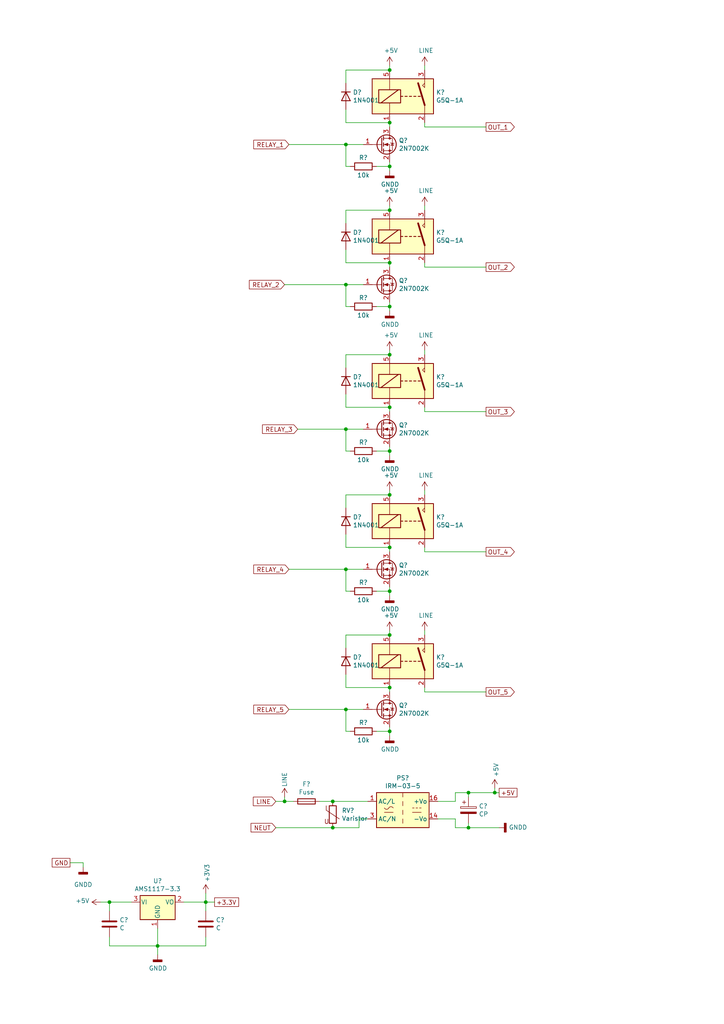
<source format=kicad_sch>
(kicad_sch (version 20211123) (generator eeschema)
  (paper "A4" portrait)
  (title_block (title "BoxyFarmer") (date "2022-03-20") (rev "v1.0"))
  (lib_symbols
    (symbol "Converter_ACDC:IRM-03-5"
      (property "Reference" "PS" (at 0 6.35 0))
      (property "Value" "IRM-03-5" (at 0 -6.35 0))
      (symbol "IRM-03-5_0_1"
        (rectangle (start -7.62 5.08) (end 7.62 -5.08) (stroke (width 0.254)) (fill (type background)))
        (arc (start -5.334 0.635) (mid -4.699 0.2495) (end -4.064 0.635))
        (arc (start -2.794 0.635) (mid -3.429 1.0072) (end -4.064 0.635))
        (polyline (pts (xy -5.334 -0.635) (xy -2.794 -0.635)))
        (polyline (pts (xy 0 -2.54) (xy 0 -3.81)))
        (polyline (pts (xy 0 0) (xy 0 -1.27)))
        (polyline (pts (xy 0 2.54) (xy 0 1.27)))
        (polyline (pts (xy 0 5.08) (xy 0 3.81)))
        (polyline (pts (xy 2.794 -0.635) (xy 5.334 -0.635)))
        (polyline (pts (xy 2.794 0.635) (xy 3.302 0.635)))
        (polyline (pts (xy 3.81 0.635) (xy 4.318 0.635)))
        (polyline (pts (xy 4.826 0.635) (xy 5.334 0.635)))
      )
      (symbol "IRM-03-5_1_1"
        (pin power_in line (at -10.16 2.54 0) (length 2.54) (name "AC/L") (number "1"))
        (pin power_out line (at 10.16 -2.54 180) (length 2.54) (name "-Vo") (number "14"))
        (pin power_out line (at 10.16 2.54 180) (length 2.54) (name "+Vo") (number "16"))
        (pin power_in line (at -10.16 -2.54 0) (length 2.54) (name "AC/N") (number "3"))
        (pin no_connect line (at -7.62 0 0) (length 2.54) hide (name "NC") (number "5"))
      )
    )
    (symbol "Device:C" (pin_numbers hide) (pin_names (offset 0.254))
      (property "Reference" "C" (at 0.635 2.54 0))
      (property "Value" "C" (at 0.635 -2.54 0))
      (symbol "C_0_1"
        (polyline (pts (xy -2.032 -0.762) (xy 2.032 -0.762)) (stroke (width 0.508)))
        (polyline (pts (xy -2.032 0.762) (xy 2.032 0.762)) (stroke (width 0.508)))
      )
      (symbol "C_1_1"
        (pin passive line (at 0 3.81 270) (length 2.794) (name "~") (number "1"))
        (pin passive line (at 0 -3.81 90) (length 2.794) (name "~") (number "2"))
      )
    )
    (symbol "Device:CP" (pin_numbers hide) (pin_names (offset 0.254))
      (property "Reference" "C" (at 0.635 2.54 0))
      (property "Value" "Device_CP" (at 0.635 -2.54 0))
      (symbol "CP_0_1"
        (rectangle (start -2.286 0.508) (end 2.286 1.016))
        (polyline (pts (xy -1.778 2.286) (xy -0.762 2.286)))
        (polyline (pts (xy -1.27 2.794) (xy -1.27 1.778)))
        (rectangle (start 2.286 -0.508) (end -2.286 -1.016) (fill (type outline)))
      )
      (symbol "CP_1_1"
        (pin passive line (at 0 3.81 270) (length 2.794) (name "~") (number "1"))
        (pin passive line (at 0 -3.81 90) (length 2.794) (name "~") (number "2"))
      )
    )
    (symbol "Device:Fuse" (pin_numbers hide) (pin_names (offset 0))
      (property "Reference" "F" (at 2.032 0 90))
      (property "Value" "Fuse" (at -1.905 0 90))
      (symbol "Fuse_0_1"
        (rectangle (start -0.762 -2.54) (end 0.762 2.54) (stroke (width 0.254)))
        (polyline (pts (xy 0 2.54) (xy 0 -2.54)))
      )
      (symbol "Fuse_1_1"
        (pin passive line (at 0 3.81 270) (length 1.27) (name "~") (number "1"))
        (pin passive line (at 0 -3.81 90) (length 1.27) (name "~") (number "2"))
      )
    )
    (symbol "Device:R" (pin_numbers hide) (pin_names (offset 0))
      (property "Reference" "R" (at 2.032 0 90))
      (property "Value" "R" (at 0 0 90))
      (symbol "R_0_1"
        (rectangle (start -1.016 -2.54) (end 1.016 2.54) (stroke (width 0.254)))
      )
      (symbol "R_1_1"
        (pin passive line (at 0 3.81 270) (length 1.27) (name "~") (number "1"))
        (pin passive line (at 0 -3.81 90) (length 1.27) (name "~") (number "2"))
      )
    )
    (symbol "Device:Varistor" (pin_numbers hide) (pin_names (offset 0))
      (property "Reference" "RV" (at 3.175 0 90))
      (property "Value" "Varistor" (at -3.175 0 90))
      (symbol "Varistor_0_0"
        (text "U" (at -1.778 -2.032 0) (effects (font (size 1.27 1.27))))
      )
      (symbol "Varistor_0_1"
        (rectangle (start -1.016 -2.54) (end 1.016 2.54) (stroke (width 0.254)))
        (polyline (pts (xy -1.905 2.54) (xy -1.905 1.27) (xy 1.905 -1.27)))
      )
      (symbol "Varistor_1_1"
        (pin passive line (at 0 3.81 270) (length 1.27) (name "~") (number "1"))
        (pin passive line (at 0 -3.81 90) (length 1.27) (name "~") (number "2"))
      )
    )
    (symbol "Diode:1N4001" (pin_numbers hide) (pin_names (offset 1.016) hide)
      (property "Reference" "D" (at 0 2.54 0))
      (property "Value" "1N4001" (at 0 -2.54 0))
      (symbol "1N4001_0_1"
        (polyline (pts (xy -1.27 1.27) (xy -1.27 -1.27)) (stroke (width 0.254)))
        (polyline (pts (xy 1.27 0) (xy -1.27 0)))
        (polyline (pts (xy 1.27 1.27) (xy 1.27 -1.27) (xy -1.27 0) (xy 1.27 1.27)) (stroke (width 0.254)))
      )
      (symbol "1N4001_1_1"
        (pin passive line (at -3.81 0 0) (length 2.54) (name "K") (number "1"))
        (pin passive line (at 3.81 0 180) (length 2.54) (name "A") (number "2"))
      )
    )
    (symbol "Regulator_Linear:AMS1117-3.3" (pin_names (offset 0.254))
      (property "Reference" "U" (at -3.81 3.175 0))
      (property "Value" "AMS1117-3.3" (at 0 3.175 0))
      (symbol "AMS1117-3.3_0_1"
        (rectangle (start -5.08 -5.08) (end 5.08 1.905) (stroke (width 0.254)) (fill (type background)))
      )
      (symbol "AMS1117-3.3_1_1"
        (pin power_in line (at 0 -7.62 90) (length 2.54) (name "GND") (number "1"))
        (pin power_out line (at 7.62 0 180) (length 2.54) (name "VO") (number "2"))
        (pin power_in line (at -7.62 0 0) (length 2.54) (name "VI") (number "3"))
      )
    )
    (symbol "Relay:G5Q-1A"
      (property "Reference" "K" (at 8.89 3.81 0))
      (property "Value" "G5Q-1A" (at 8.89 1.27 0))
      (symbol "G5Q-1A_0_0"
        (polyline (pts (xy 5.08 5.08) (xy 5.08 2.54) (xy 4.445 3.175) (xy 5.08 3.81)))
      )
      (symbol "G5Q-1A_0_1"
        (rectangle (start -10.16 5.08) (end 7.62 -5.08) (stroke (width 0.254)) (fill (type background)))
        (rectangle (start -8.255 1.905) (end -1.905 -1.905) (stroke (width 0.254)))
        (polyline (pts (xy -7.62 -1.905) (xy -2.54 1.905)) (stroke (width 0.254)))
        (polyline (pts (xy -5.08 -5.08) (xy -5.08 -1.905)))
        (polyline (pts (xy -5.08 5.08) (xy -5.08 1.905)))
        (polyline (pts (xy -1.905 0) (xy -1.27 0)) (stroke (width 0.254)))
        (polyline (pts (xy -0.635 0) (xy 0 0)) (stroke (width 0.254)))
        (polyline (pts (xy 0.635 0) (xy 1.27 0)) (stroke (width 0.254)))
        (polyline (pts (xy 1.905 0) (xy 2.54 0)) (stroke (width 0.254)))
        (polyline (pts (xy 3.175 0) (xy 3.81 0)) (stroke (width 0.254)))
        (polyline (pts (xy 5.08 -2.54) (xy 3.175 3.81)) (stroke (width 0.508)))
        (polyline (pts (xy 5.08 -2.54) (xy 5.08 -5.08)))
      )
      (symbol "G5Q-1A_1_1"
        (pin passive line (at -5.08 -7.62 90) (length 2.54) (name "~") (number "1"))
        (pin passive line (at 5.08 -7.62 90) (length 2.54) (name "~") (number "2"))
        (pin passive line (at 5.08 7.62 270) (length 2.54) (name "~") (number "3"))
        (pin passive line (at -5.08 7.62 270) (length 2.54) (name "~") (number "5"))
      )
    )
    (symbol "Transistor_FET:2N7002K" (pin_names hide)
      (property "Reference" "Q" (at 5.08 1.905 0))
      (property "Value" "2N7002K" (at 5.08 0 0))
      (symbol "2N7002K_0_1"
        (polyline (pts (xy 0.254 0) (xy -2.54 0)))
        (polyline (pts (xy 0.254 1.905) (xy 0.254 -1.905)) (stroke (width 0.254)))
        (polyline (pts (xy 0.762 -1.27) (xy 0.762 -2.286)) (stroke (width 0.254)))
        (polyline (pts (xy 0.762 0.508) (xy 0.762 -0.508)) (stroke (width 0.254)))
        (polyline (pts (xy 0.762 2.286) (xy 0.762 1.27)) (stroke (width 0.254)))
        (polyline (pts (xy 2.54 2.54) (xy 2.54 1.778)))
        (polyline (pts (xy 2.54 -2.54) (xy 2.54 0) (xy 0.762 0)))
        (polyline (pts (xy 0.762 -1.778) (xy 3.302 -1.778) (xy 3.302 1.778) (xy 0.762 1.778)))
        (polyline (pts (xy 1.016 0) (xy 2.032 0.381) (xy 2.032 -0.381) (xy 1.016 0)) (fill (type outline)))
        (polyline (pts (xy 2.794 0.508) (xy 2.921 0.381) (xy 3.683 0.381) (xy 3.81 0.254)))
        (polyline (pts (xy 3.302 0.381) (xy 2.921 -0.254) (xy 3.683 -0.254) (xy 3.302 0.381)))
        (circle (center 1.651 0) (radius 2.794) (stroke (width 0.254)))
        (circle (center 2.54 -1.778) (radius 0.254) (fill (type outline)))
        (circle (center 2.54 1.778) (radius 0.254) (fill (type outline)))
      )
      (symbol "2N7002K_1_1"
        (pin input line (at -5.08 0 0) (length 2.54) (name "G") (number "1"))
        (pin passive line (at 2.54 -5.08 90) (length 2.54) (name "S") (number "2"))
        (pin passive line (at 2.54 5.08 270) (length 2.54) (name "D") (number "3"))
      )
    )
    (symbol "power:+3.3V" (power) (pin_names (offset 0))
      (property "Value" "+3.3V" (at 0 3.556 0))
      (symbol "+3.3V_0_1"
        (polyline (pts (xy -0.762 1.27) (xy 0 2.54)))
        (polyline (pts (xy 0 0) (xy 0 2.54)))
        (polyline (pts (xy 0 2.54) (xy 0.762 1.27)))
      )
      (symbol "+3.3V_1_1"
        (pin power_in line (at 0 0 90) (length 0) hide (name "+3V3") (number "1"))
      )
    )
    (symbol "power:+5V" (power) (pin_names (offset 0))
      (property "Value" "+5V" (at 0 3.556 0))
      (symbol "+5V_0_1"
        (polyline (pts (xy -0.762 1.27) (xy 0 2.54)))
        (polyline (pts (xy 0 0) (xy 0 2.54)))
        (polyline (pts (xy 0 2.54) (xy 0.762 1.27)))
      )
      (symbol "+5V_1_1"
        (pin power_in line (at 0 0 90) (length 0) hide (name "+5V") (number "1"))
      )
    )
    (symbol "power:GNDD" (power) (pin_names (offset 0))
      (property "Value" "GNDD" (at 0 -3.175 0))
      (symbol "GNDD_0_1"
        (rectangle (start -1.27 -1.524) (end 1.27 -2.032) (stroke (width 0.254)) (fill (type outline)))
        (polyline (pts (xy 0 0) (xy 0 -1.524)))
      )
      (symbol "GNDD_1_1"
        (pin power_in line (at 0 0 270) (length 0) hide (name "GNDD") (number "1"))
      )
    )
    (symbol "power:LINE" (power) (pin_names (offset 0))
      (property "Value" "LINE" (at 0 3.81 0))
      (symbol "LINE_0_1"
        (polyline (pts (xy -0.762 1.27) (xy 0 2.54)))
        (polyline (pts (xy 0 0) (xy 0 2.54)))
        (polyline (pts (xy 0 2.54) (xy 0.762 1.27)))
      )
      (symbol "LINE_1_1"
        (pin power_in line (at 0 0 90) (length 0) hide (name "LINE") (number "1"))
      )
    )
  )
  (junction (at 113.03 48.26))
  (junction (at 143.51 229.87))
  (junction (at 100.33 205.74))
  (junction (at 45.72 274.32))
  (junction (at 113.03 199.39))
  (junction (at 113.03 143.51))
  (junction (at 113.03 118.11))
  (junction (at 113.03 35.56))
  (junction (at 100.33 41.91))
  (junction (at 135.89 229.87))
  (junction (at 113.03 158.75))
  (junction (at 59.69 261.62))
  (junction (at 113.03 184.15))
  (junction (at 82.55 232.41))
  (junction (at 113.03 88.9))
  (junction (at 113.03 130.81))
  (junction (at 31.75 261.62))
  (junction (at 113.03 60.96))
  (junction (at 96.52 240.03))
  (junction (at 100.33 124.46))
  (junction (at 96.52 232.41))
  (junction (at 113.03 171.45))
  (junction (at 113.03 76.2))
  (junction (at 113.03 212.09))
  (junction (at 113.03 102.87))
  (junction (at 113.03 20.32))
  (junction (at 100.33 165.1))
  (junction (at 135.89 240.03))
  (junction (at 100.33 82.55))
  (wire (pts (xy 101.6 171.45) (xy 100.33 171.45)))
  (wire (pts (xy 123.19 160.02) (xy 140.97 160.02)))
  (wire (pts (xy 113.03 59.69) (xy 113.03 60.96)))
  (wire (pts (xy 53.34 261.62) (xy 59.69 261.62)))
  (wire (pts (xy 100.33 41.91) (xy 83.82 41.91)))
  (wire (pts (xy 31.75 264.16) (xy 31.75 261.62)))
  (wire (pts (xy 24.13 251.46) (xy 24.13 250.19)))
  (wire (pts (xy 132.08 240.03) (xy 135.89 240.03)))
  (wire (pts (xy 135.89 229.87) (xy 143.51 229.87)))
  (wire (pts (xy 80.01 232.41) (xy 82.55 232.41)))
  (wire (pts (xy 59.69 259.08) (xy 59.69 261.62)))
  (wire (pts (xy 92.71 232.41) (xy 96.52 232.41)))
  (wire (pts (xy 100.33 60.96) (xy 113.03 60.96)))
  (wire (pts (xy 109.22 48.26) (xy 113.03 48.26)))
  (wire (pts (xy 82.55 231.14) (xy 82.55 232.41)))
  (wire (pts (xy 109.22 212.09) (xy 113.03 212.09)))
  (wire (pts (xy 100.33 118.11) (xy 113.03 118.11)))
  (wire (pts (xy 100.33 82.55) (xy 82.55 82.55)))
  (wire (pts (xy 100.33 154.94) (xy 100.33 158.75)))
  (wire (pts (xy 113.03 171.45) (xy 113.03 172.72)))
  (wire (pts (xy 59.69 271.78) (xy 59.69 274.32)))
  (wire (pts (xy 123.19 20.32) (xy 123.19 19.05)))
  (wire (pts (xy 109.22 171.45) (xy 113.03 171.45)))
  (wire (pts (xy 100.33 143.51) (xy 100.33 147.32)))
  (wire (pts (xy 101.6 130.81) (xy 100.33 130.81)))
  (wire (pts (xy 101.6 212.09) (xy 100.33 212.09)))
  (wire (pts (xy 82.55 232.41) (xy 85.09 232.41)))
  (wire (pts (xy 100.33 102.87) (xy 113.03 102.87)))
  (wire (pts (xy 113.03 88.9) (xy 113.03 87.63)))
  (wire (pts (xy 123.19 76.2) (xy 123.19 77.47)))
  (wire (pts (xy 45.72 276.86) (xy 45.72 274.32)))
  (wire (pts (xy 143.51 229.87) (xy 144.78 229.87)))
  (wire (pts (xy 100.33 171.45) (xy 100.33 165.1)))
  (wire (pts (xy 123.19 35.56) (xy 123.19 36.83)))
  (wire (pts (xy 123.19 184.15) (xy 123.19 182.88)))
  (wire (pts (xy 113.03 49.53) (xy 113.03 48.26)))
  (wire (pts (xy 31.75 274.32) (xy 31.75 271.78)))
  (wire (pts (xy 104.14 237.49) (xy 106.68 237.49)))
  (wire (pts (xy 100.33 41.91) (xy 105.41 41.91)))
  (wire (pts (xy 59.69 261.62) (xy 59.69 264.16)))
  (wire (pts (xy 143.51 228.6) (xy 143.51 229.87)))
  (wire (pts (xy 123.19 200.66) (xy 140.97 200.66)))
  (wire (pts (xy 113.03 35.56) (xy 113.03 36.83)))
  (wire (pts (xy 113.03 102.87) (xy 113.03 101.6)))
  (wire (pts (xy 100.33 199.39) (xy 113.03 199.39)))
  (wire (pts (xy 100.33 76.2) (xy 113.03 76.2)))
  (wire (pts (xy 123.19 102.87) (xy 123.19 101.6)))
  (wire (pts (xy 127 232.41) (xy 132.08 232.41)))
  (wire (pts (xy 113.03 130.81) (xy 113.03 129.54)))
  (wire (pts (xy 100.33 106.68) (xy 100.33 102.87)))
  (wire (pts (xy 100.33 205.74) (xy 105.41 205.74)))
  (wire (pts (xy 24.13 250.19) (xy 20.32 250.19)))
  (wire (pts (xy 135.89 240.03) (xy 135.89 238.76)))
  (wire (pts (xy 123.19 77.47) (xy 140.97 77.47)))
  (wire (pts (xy 59.69 274.32) (xy 45.72 274.32)))
  (wire (pts (xy 100.33 143.51) (xy 113.03 143.51)))
  (wire (pts (xy 109.22 130.81) (xy 113.03 130.81)))
  (wire (pts (xy 113.03 184.15) (xy 113.03 182.88)))
  (wire (pts (xy 100.33 124.46) (xy 105.41 124.46)))
  (wire (pts (xy 123.19 36.83) (xy 140.97 36.83)))
  (wire (pts (xy 100.33 205.74) (xy 83.82 205.74)))
  (wire (pts (xy 100.33 72.39) (xy 100.33 76.2)))
  (wire (pts (xy 100.33 82.55) (xy 105.41 82.55)))
  (wire (pts (xy 113.03 48.26) (xy 113.03 46.99)))
  (wire (pts (xy 132.08 232.41) (xy 132.08 229.87)))
  (wire (pts (xy 113.03 77.47) (xy 113.03 76.2)))
  (wire (pts (xy 113.03 213.36) (xy 113.03 212.09)))
  (wire (pts (xy 113.03 119.38) (xy 113.03 118.11)))
  (wire (pts (xy 113.03 19.05) (xy 113.03 20.32)))
  (wire (pts (xy 123.19 118.11) (xy 123.19 119.38)))
  (wire (pts (xy 113.03 160.02) (xy 113.03 158.75)))
  (wire (pts (xy 45.72 274.32) (xy 31.75 274.32)))
  (wire (pts (xy 132.08 229.87) (xy 135.89 229.87)))
  (wire (pts (xy 113.03 212.09) (xy 113.03 210.82)))
  (wire (pts (xy 123.19 60.96) (xy 123.19 59.69)))
  (wire (pts (xy 100.33 88.9) (xy 100.33 82.55)))
  (wire (pts (xy 113.03 143.51) (xy 113.03 142.24)))
  (wire (pts (xy 100.33 187.96) (xy 100.33 184.15)))
  (wire (pts (xy 100.33 165.1) (xy 83.82 165.1)))
  (wire (pts (xy 100.33 20.32) (xy 113.03 20.32)))
  (wire (pts (xy 106.68 232.41) (xy 96.52 232.41)))
  (wire (pts (xy 113.03 132.08) (xy 113.03 130.81)))
  (wire (pts (xy 135.89 229.87) (xy 135.89 231.14)))
  (wire (pts (xy 132.08 237.49) (xy 132.08 240.03)))
  (wire (pts (xy 29.21 261.62) (xy 31.75 261.62)))
  (wire (pts (xy 123.19 199.39) (xy 123.19 200.66)))
  (wire (pts (xy 100.33 195.58) (xy 100.33 199.39)))
  (wire (pts (xy 100.33 124.46) (xy 86.36 124.46)))
  (wire (pts (xy 109.22 88.9) (xy 113.03 88.9)))
  (wire (pts (xy 80.01 240.03) (xy 96.52 240.03)))
  (wire (pts (xy 100.33 212.09) (xy 100.33 205.74)))
  (wire (pts (xy 104.14 240.03) (xy 104.14 237.49)))
  (wire (pts (xy 100.33 158.75) (xy 113.03 158.75)))
  (wire (pts (xy 100.33 130.81) (xy 100.33 124.46)))
  (wire (pts (xy 113.03 90.17) (xy 113.03 88.9)))
  (wire (pts (xy 123.19 143.51) (xy 123.19 142.24)))
  (wire (pts (xy 135.89 240.03) (xy 144.78 240.03)))
  (wire (pts (xy 62.23 261.62) (xy 59.69 261.62)))
  (wire (pts (xy 101.6 48.26) (xy 100.33 48.26)))
  (wire (pts (xy 31.75 261.62) (xy 38.1 261.62)))
  (wire (pts (xy 123.19 119.38) (xy 140.97 119.38)))
  (wire (pts (xy 100.33 35.56) (xy 113.03 35.56)))
  (wire (pts (xy 45.72 269.24) (xy 45.72 274.32)))
  (wire (pts (xy 100.33 165.1) (xy 105.41 165.1)))
  (wire (pts (xy 100.33 64.77) (xy 100.33 60.96)))
  (wire (pts (xy 100.33 31.75) (xy 100.33 35.56)))
  (wire (pts (xy 113.03 170.18) (xy 113.03 171.45)))
  (wire (pts (xy 100.33 114.3) (xy 100.33 118.11)))
  (wire (pts (xy 96.52 240.03) (xy 104.14 240.03)))
  (wire (pts (xy 113.03 200.66) (xy 113.03 199.39)))
  (wire (pts (xy 100.33 184.15) (xy 113.03 184.15)))
  (wire (pts (xy 100.33 24.13) (xy 100.33 20.32)))
  (wire (pts (xy 100.33 48.26) (xy 100.33 41.91)))
  (wire (pts (xy 101.6 88.9) (xy 100.33 88.9)))
  (wire (pts (xy 123.19 158.75) (xy 123.19 160.02)))
  (wire (pts (xy 127 237.49) (xy 132.08 237.49)))
  (global_label "RELAY_2" (shape input) (at 82.55 82.55 180) (property "Intersheet References" "${INTERSHEET_REFS}" (effects hide)))
  (global_label "+3.3V" (shape passive) (at 62.23 261.62 0) (property "Intersheet References" "${INTERSHEET_REFS}" (effects hide)))
  (global_label "RELAY_4" (shape input) (at 83.82 165.1 180) (property "Intersheet References" "${INTERSHEET_REFS}" (effects hide)))
  (global_label "OUT_2" (shape output) (at 140.97 77.47 0) (property "Intersheet References" "${INTERSHEET_REFS}" (effects hide)))
  (global_label "RELAY_3" (shape input) (at 86.36 124.46 180) (property "Intersheet References" "${INTERSHEET_REFS}" (effects hide)))
  (global_label "OUT_4" (shape output) (at 140.97 160.02 0) (property "Intersheet References" "${INTERSHEET_REFS}" (effects hide)))
  (global_label "NEUT" (shape input) (at 80.01 240.03 180) (property "Intersheet References" "${INTERSHEET_REFS}" (effects hide)))
  (global_label "OUT_1" (shape output) (at 140.97 36.83 0) (property "Intersheet References" "${INTERSHEET_REFS}" (effects hide)))
  (global_label "GND" (shape passive) (at 20.32 250.19 180) (property "Intersheet References" "${INTERSHEET_REFS}" (effects hide)))
  (global_label "RELAY_5" (shape input) (at 83.82 205.74 180) (property "Intersheet References" "${INTERSHEET_REFS}" (effects hide)))
  (global_label "OUT_5" (shape output) (at 140.97 200.66 0) (property "Intersheet References" "${INTERSHEET_REFS}" (effects hide)))
  (global_label "RELAY_1" (shape input) (at 83.82 41.91 180) (property "Intersheet References" "${INTERSHEET_REFS}" (effects hide)))
  (global_label "+5V" (shape passive) (at 144.78 229.87 0) (property "Intersheet References" "${INTERSHEET_REFS}" (effects hide)))
  (global_label "OUT_3" (shape output) (at 140.97 119.38 0) (property "Intersheet References" "${INTERSHEET_REFS}" (effects hide)))
  (global_label "LINE" (shape input) (at 80.01 232.41 180) (property "Intersheet References" "${INTERSHEET_REFS}" (effects hide)))
  (symbol (lib_id "Relay:G5Q-1A") (at 118.11 110.49 0) (unit 1)
    (property "Reference" "K?" (at 126.492 109.3216 0) (effects (justify left)))
    (property "Value" "G5Q-1A" (at 126.492 111.633 0) (effects (justify left)))
    (property "Footprint" "Relay_THT:Relay_SPST_Omron-G5Q-1A" (effects hide))
    (property "Datasheet" "https://www.omron.com/ecb/products/pdf/en-g5q.pdf" (effects hide))
  )
  (symbol (lib_id "Relay:G5Q-1A") (at 118.11 151.13 0) (unit 1)
    (property "Reference" "K?" (at 126.492 149.9616 0) (effects (justify left)))
    (property "Value" "G5Q-1A" (at 126.492 152.273 0) (effects (justify left)))
    (property "Footprint" "Relay_THT:Relay_SPST_Omron-G5Q-1A" (effects hide))
    (property "Datasheet" "https://www.omron.com/ecb/products/pdf/en-g5q.pdf" (effects hide))
  )
  (symbol (lib_id "Relay:G5Q-1A") (at 118.11 191.77 0) (unit 1)
    (property "Reference" "K?" (at 126.492 190.6016 0) (effects (justify left)))
    (property "Value" "G5Q-1A" (at 126.492 192.913 0) (effects (justify left)))
    (property "Footprint" "Relay_THT:Relay_SPST_Omron-G5Q-1A" (effects hide))
    (property "Datasheet" "https://www.omron.com/ecb/products/pdf/en-g5q.pdf" (effects hide))
  )
  (symbol (lib_id "Relay:G5Q-1A") (at 118.11 27.94 0) (unit 1)
    (property "Reference" "K?" (at 126.492 26.7716 0) (effects (justify left)))
    (property "Value" "G5Q-1A" (at 126.492 29.083 0) (effects (justify left)))
    (property "Footprint" "Relay_THT:Relay_SPST_Omron-G5Q-1A" (effects hide))
    (property "Datasheet" "https://www.omron.com/ecb/products/pdf/en-g5q.pdf" (effects hide))
  )
  (symbol (lib_id "Relay:G5Q-1A") (at 118.11 68.58 0) (unit 1)
    (property "Reference" "K?" (at 126.492 67.4116 0) (effects (justify left)))
    (property "Value" "G5Q-1A" (at 126.492 69.723 0) (effects (justify left)))
    (property "Footprint" "Relay_THT:Relay_SPST_Omron-G5Q-1A" (effects hide))
    (property "Datasheet" "https://www.omron.com/ecb/products/pdf/en-g5q.pdf" (effects hide))
  )
  (symbol (lib_id "Transistor_FET:2N7002K") (at 110.49 124.46 0) (unit 1)
    (property "Reference" "Q?" (at 115.6716 123.2916 0) (effects (justify left)))
    (property "Value" "2N7002K" (at 115.6716 125.603 0) (effects (justify left)))
    (property "Footprint" "Package_TO_SOT_SMD:SOT-23" (effects hide))
    (property "Datasheet" "https://www.diodes.com/assets/Datasheets/ds30896.pdf" (effects hide))
  )
  (symbol (lib_id "Transistor_FET:2N7002K") (at 110.49 165.1 0) (unit 1)
    (property "Reference" "Q?" (at 115.6716 163.9316 0) (effects (justify left)))
    (property "Value" "2N7002K" (at 115.6716 166.243 0) (effects (justify left)))
    (property "Footprint" "Package_TO_SOT_SMD:SOT-23" (effects hide))
    (property "Datasheet" "https://www.diodes.com/assets/Datasheets/ds30896.pdf" (effects hide))
  )
  (symbol (lib_id "Transistor_FET:2N7002K") (at 110.49 205.74 0) (unit 1)
    (property "Reference" "Q?" (at 115.6716 204.5716 0) (effects (justify left)))
    (property "Value" "2N7002K" (at 115.6716 206.883 0) (effects (justify left)))
    (property "Footprint" "Package_TO_SOT_SMD:SOT-23" (effects hide))
    (property "Datasheet" "https://www.diodes.com/assets/Datasheets/ds30896.pdf" (effects hide))
  )
  (symbol (lib_id "Transistor_FET:2N7002K") (at 110.49 41.91 0) (unit 1)
    (property "Reference" "Q?" (at 115.6716 40.7416 0) (effects (justify left)))
    (property "Value" "2N7002K" (at 115.6716 43.053 0) (effects (justify left)))
    (property "Footprint" "Package_TO_SOT_SMD:SOT-23" (effects hide))
    (property "Datasheet" "https://www.diodes.com/assets/Datasheets/ds30896.pdf" (effects hide))
  )
  (symbol (lib_id "Transistor_FET:2N7002K") (at 110.49 82.55 0) (unit 1)
    (property "Reference" "Q?" (at 115.6716 81.3816 0) (effects (justify left)))
    (property "Value" "2N7002K" (at 115.6716 83.693 0) (effects (justify left)))
    (property "Footprint" "Package_TO_SOT_SMD:SOT-23" (effects hide))
    (property "Datasheet" "https://www.diodes.com/assets/Datasheets/ds30896.pdf" (effects hide))
  )
  (symbol (lib_id "Device:R") (at 105.41 48.26 270) (unit 1)
    (property "Reference" "R?" (at 105.41 45.72 90))
    (property "Value" "10k" (at 105.41 50.8 90))
    (property "Footprint" "Resistor_SMD:R_0603_1608Metric" (effects hide))
  )
  (symbol (lib_id "power:GNDD") (at 113.03 90.17 0) (unit 1)
    (property "Reference" "#PWR?" (effects hide))
    (property "Value" "GNDD" (at 113.1316 94.107 0))
  )
  (symbol (lib_id "power:GNDD") (at 113.03 49.53 0) (unit 1)
    (property "Reference" "#PWR?" (effects hide))
    (property "Value" "GNDD" (at 113.1316 53.467 0))
  )
  (symbol (lib_id "power:GNDD") (at 113.03 213.36 0) (unit 1)
    (property "Reference" "#PWR?" (effects hide))
    (property "Value" "GNDD" (at 113.1316 217.297 0))
  )
  (symbol (lib_id "power:GNDD") (at 113.03 172.72 0) (unit 1)
    (property "Reference" "#PWR?" (effects hide))
    (property "Value" "GNDD" (at 113.1316 176.657 0))
  )
  (symbol (lib_id "power:GNDD") (at 113.03 132.08 0) (unit 1)
    (property "Reference" "#PWR?" (effects hide))
    (property "Value" "GNDD" (at 113.1316 136.017 0))
  )
  (symbol (lib_id "power:+5V") (at 113.03 101.6 0) (unit 1)
    (property "Reference" "#PWR?" (effects hide))
    (property "Value" "+5V" (at 113.411 97.2058 0))
  )
  (symbol (lib_id "power:+5V") (at 113.03 142.24 0) (unit 1)
    (property "Reference" "#PWR?" (effects hide))
    (property "Value" "+5V" (at 113.411 137.8458 0))
  )
  (symbol (lib_id "power:+5V") (at 113.03 182.88 0) (unit 1)
    (property "Reference" "#PWR?" (effects hide))
    (property "Value" "+5V" (at 113.411 178.4858 0))
  )
  (symbol (lib_id "power:+5V") (at 113.03 59.69 0) (unit 1)
    (property "Reference" "#PWR?" (effects hide))
    (property "Value" "+5V" (at 113.411 55.2958 0))
  )
  (symbol (lib_id "power:+5V") (at 113.03 19.05 0) (unit 1)
    (property "Reference" "#PWR?" (effects hide))
    (property "Value" "+5V" (at 113.411 14.6558 0))
  )
  (symbol (lib_id "power:LINE") (at 123.19 19.05 0) (unit 1)
    (property "Reference" "#PWR?" (effects hide))
    (property "Value" "LINE" (at 123.571 14.6558 0))
  )
  (symbol (lib_id "power:LINE") (at 123.19 101.6 0) (unit 1)
    (property "Reference" "#PWR?" (effects hide))
    (property "Value" "LINE" (at 123.571 97.2058 0))
  )
  (symbol (lib_id "power:LINE") (at 123.19 59.69 0) (unit 1)
    (property "Reference" "#PWR?" (effects hide))
    (property "Value" "LINE" (at 123.571 55.2958 0))
  )
  (symbol (lib_id "power:LINE") (at 123.19 142.24 0) (unit 1)
    (property "Reference" "#PWR?" (effects hide))
    (property "Value" "LINE" (at 123.571 137.8458 0))
  )
  (symbol (lib_id "power:LINE") (at 123.19 182.88 0) (unit 1)
    (property "Reference" "#PWR?" (effects hide))
    (property "Value" "LINE" (at 123.571 178.4858 0))
  )
  (symbol (lib_id "Converter_ACDC:IRM-03-5") (at 116.84 234.95 0) (unit 1)
    (property "Reference" "PS?" (at 116.84 225.6282 0))
    (property "Value" "IRM-03-5" (at 116.84 227.9396 0))
    (property "Footprint" "Converter_ACDC:Converter_ACDC_MeanWell_IRM-03-xx_THT" (effects hide))
    (property "Datasheet" "https://www.meanwell.com/Upload/PDF/IRM-03/IRM-03-SPEC.PDF" (effects hide))
  )
  (symbol (lib_id "Device:CP") (at 135.89 234.95 0) (unit 1)
    (property "Reference" "C?" (at 138.8872 233.7816 0) (effects (justify left)))
    (property "Value" "CP" (at 138.8872 236.093 0) (effects (justify left)))
  )
  (symbol (lib_id "power:GNDD") (at 144.78 240.03 90) (unit 1)
    (property "Reference" "#PWR?" (effects hide))
    (property "Value" "GNDD" (at 147.574 239.9284 90) (effects (justify right)))
  )
  (symbol (lib_id "power:+5V") (at 143.51 228.6 0) (unit 1)
    (property "Reference" "#PWR?" (effects hide))
    (property "Value" "+5V" (at 143.891 225.3488 90) (effects (justify left)))
  )
  (symbol (lib_id "power:LINE") (at 82.55 231.14 0) (unit 1)
    (property "Reference" "#PWR?" (effects hide))
    (property "Value" "LINE" (at 82.55 226.06 90))
  )
  (symbol (lib_id "Device:R") (at 105.41 88.9 270) (unit 1)
    (property "Reference" "R?" (at 105.41 86.36 90))
    (property "Value" "10k" (at 105.41 91.44 90))
    (property "Footprint" "Resistor_SMD:R_0603_1608Metric" (effects hide))
  )
  (symbol (lib_id "Device:R") (at 105.41 130.81 270) (unit 1)
    (property "Reference" "R?" (at 105.41 128.27 90))
    (property "Value" "10k" (at 105.41 133.35 90))
    (property "Footprint" "Resistor_SMD:R_0603_1608Metric" (effects hide))
  )
  (symbol (lib_id "Device:R") (at 105.41 171.45 270) (unit 1)
    (property "Reference" "R?" (at 105.41 168.91 90))
    (property "Value" "10k" (at 105.41 173.99 90))
    (property "Footprint" "Resistor_SMD:R_0603_1608Metric" (effects hide))
  )
  (symbol (lib_id "Device:R") (at 105.41 212.09 270) (unit 1)
    (property "Reference" "R?" (at 105.41 209.55 90))
    (property "Value" "10k" (at 105.41 214.63 90))
    (property "Footprint" "Resistor_SMD:R_0603_1608Metric" (effects hide))
  )
  (symbol (lib_id "Regulator_Linear:AMS1117-3.3") (at 45.72 261.62 0) (unit 1)
    (property "Reference" "U?" (at 45.72 255.4732 0))
    (property "Value" "AMS1117-3.3" (at 45.72 257.7846 0))
    (property "Footprint" "Package_TO_SOT_SMD:SOT-223-3_TabPin2" (effects hide))
    (property "Datasheet" "http://www.advanced-monolithic.com/pdf/ds1117.pdf" (effects hide))
  )
  (symbol (lib_id "Device:C") (at 31.75 267.97 0) (unit 1)
    (property "Reference" "C?" (at 34.671 266.8016 0) (effects (justify left)))
    (property "Value" "C" (at 34.671 269.113 0) (effects (justify left)))
  )
  (symbol (lib_id "Device:C") (at 59.69 267.97 0) (unit 1)
    (property "Reference" "C?" (at 62.611 266.8016 0) (effects (justify left)))
    (property "Value" "C" (at 62.611 269.113 0) (effects (justify left)))
  )
  (symbol (lib_id "power:+5V") (at 29.21 261.62 90) (unit 1)
    (property "Reference" "#PWR?" (effects hide))
    (property "Value" "+5V" (at 25.9588 261.239 90) (effects (justify left)))
  )
  (symbol (lib_id "power:+3.3V") (at 59.69 259.08 0) (unit 1)
    (property "Reference" "#PWR?" (effects hide))
    (property "Value" "+3.3V" (at 60.071 255.8288 90) (effects (justify left)))
  )
  (symbol (lib_id "power:GNDD") (at 45.72 276.86 0) (unit 1)
    (property "Reference" "#PWR?" (effects hide))
    (property "Value" "GNDD" (at 45.8216 280.797 0))
  )
  (symbol (lib_id "Diode:1N4001") (at 100.33 27.94 270) (unit 1)
    (property "Reference" "D?" (at 102.362 26.7716 90) (effects (justify left)))
    (property "Value" "1N4001" (at 102.362 29.083 90) (effects (justify left)))
    (property "Footprint" "Diode_THT:D_DO-41_SOD81_P10.16mm_Horizontal" (effects hide))
    (property "Datasheet" "http://www.vishay.com/docs/88503/1n4001.pdf" (effects hide))
  )
  (symbol (lib_id "Diode:1N4001") (at 100.33 68.58 270) (unit 1)
    (property "Reference" "D?" (at 102.362 67.4116 90) (effects (justify left)))
    (property "Value" "1N4001" (at 102.362 69.723 90) (effects (justify left)))
    (property "Footprint" "Diode_THT:D_DO-41_SOD81_P10.16mm_Horizontal" (effects hide))
    (property "Datasheet" "http://www.vishay.com/docs/88503/1n4001.pdf" (effects hide))
  )
  (symbol (lib_id "Diode:1N4001") (at 100.33 191.77 270) (unit 1)
    (property "Reference" "D?" (at 102.362 190.6016 90) (effects (justify left)))
    (property "Value" "1N4001" (at 102.362 192.913 90) (effects (justify left)))
    (property "Footprint" "Diode_THT:D_DO-41_SOD81_P10.16mm_Horizontal" (effects hide))
    (property "Datasheet" "http://www.vishay.com/docs/88503/1n4001.pdf" (effects hide))
  )
  (symbol (lib_id "Diode:1N4001") (at 100.33 151.13 270) (unit 1)
    (property "Reference" "D?" (at 102.362 149.9616 90) (effects (justify left)))
    (property "Value" "1N4001" (at 102.362 152.273 90) (effects (justify left)))
    (property "Footprint" "Diode_THT:D_DO-41_SOD81_P10.16mm_Horizontal" (effects hide))
    (property "Datasheet" "http://www.vishay.com/docs/88503/1n4001.pdf" (effects hide))
  )
  (symbol (lib_id "Diode:1N4001") (at 100.33 110.49 270) (unit 1)
    (property "Reference" "D?" (at 102.362 109.3216 90) (effects (justify left)))
    (property "Value" "1N4001" (at 102.362 111.633 90) (effects (justify left)))
    (property "Footprint" "Diode_THT:D_DO-41_SOD81_P10.16mm_Horizontal" (effects hide))
    (property "Datasheet" "http://www.vishay.com/docs/88503/1n4001.pdf" (effects hide))
  )
  (symbol (lib_id "Device:Fuse") (at 88.9 232.41 270) (unit 1)
    (property "Reference" "F?" (at 88.9 227.4062 90))
    (property "Value" "Fuse" (at 88.9 229.7176 90))
  )
  (symbol (lib_id "Device:Varistor") (at 96.52 236.22 0) (unit 1)
    (property "Reference" "RV?" (at 99.1362 235.0516 0) (effects (justify left)))
    (property "Value" "Varistor" (at 99.1362 237.363 0) (effects (justify left)))
  )
  (symbol (lib_id "power:GNDD") (at 24.13 251.46 0) (unit 1)
    (property "Reference" "#PWR?" (effects hide))
    (property "Value" "GNDD" (at 24.13 256.54 0))
  )
)
</source>
